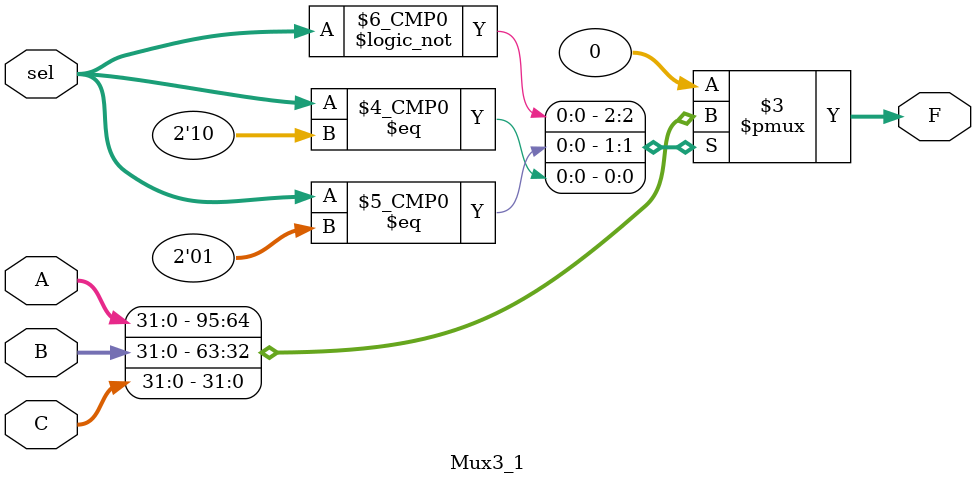
<source format=v>
`timescale 1ns / 1ps

module Mux3_1(sel,A,B,C,F);
parameter N = 32;
input [1:0] sel;
input [N-1:0] C, A, B;
output [N-1:0] F;
reg [N-1:0] F;
always @(A,B,C,sel) begin
case (sel)
   2'b00: F<=A;
   2'b01: F<=B;
   2'b10: F<=C;
   default: F<=0;
endcase
end
endmodule

</source>
